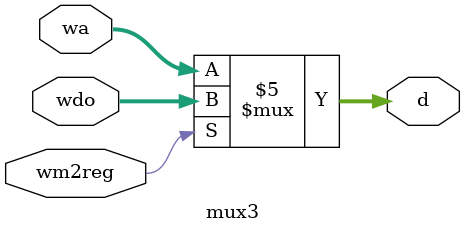
<source format=v>
`timescale 1ns / 1ps
module PC(
    input clk, 
    input [31:0]nextpc,
    output reg [31:0]currentpc   
    );
    
    always@(posedge clk)
    begin
    currentpc<=nextpc;
    end
    
    initial begin
    currentpc=100;
    end   
    
endmodule 

module adder( pc, nextpc

    );
input [31:0]pc;
output reg [31:0]nextpc;
     always @(*) begin 
     nextpc <= pc+4;
     end
endmodule


module IM(
    input [31:0] pc,
    output reg[31:0]do
    );
reg [31:0]instructionmemory[0:511];


    initial
    begin 
    instructionmemory[100] = 32'h8c220000;
    instructionmemory[104] = 32'h8c230004; 
    instructionmemory[108] = 32'h8c240008;
    instructionmemory[112] = 32'h8c25000c;  
    instructionmemory[116]= 32'h004a3020;   
    end 
     
     always @(pc)
     begin
     do <= instructionmemory[pc];
     end
  
endmodule



module IFID( clk, do, opcode, rt, rs, rd, imm, shift,funcode
);
input clk;
input [31:0]do;
output reg [5:0]opcode, funcode;
output reg[4:0]rs, rt, rd, shift;
output reg [15:0]imm;

    always @(posedge clk)
    begin
    if (do[31:26]== 6'b100011) begin
    opcode<=do[31:26];
    rs <= do[25:21];
    rt <= do[20:16];
    imm <= do[15:0];
    end
    
    else begin
    opcode<=do[31:26];
    rs <= do[25:21];
    rt <= do[20:16];
    rd <= do[15:11]; 
    funcode <= do[5:0];
    end
    end
    
endmodule 



module controlUnit( opcode, wreg, m2reg, wmem, aluc, aluimm, regrt);

input [5:0]opcode;
output reg wreg;
output reg m2reg;
output reg wmem;
output reg [3:0]aluc;
output reg aluimm;
output reg regrt;

    always @(opcode) begin
    case (opcode)
    6'b100011:
    begin 
        aluc <=4'b0010;
        wreg<=1'b1; 
        m2reg <= 1'b1; 
        wmem<=1'b1; 
        aluimm<=1'b1; 
        regrt<=1'b1;
    end
    6'b000000:
    begin
        aluc <=4'b0010;
        wreg<=1'b1; 
        m2reg <= 1'b0; 
        wmem<=1'b0; 
        aluimm<=1'b0; 
        regrt<=1'b0; 
    end
    endcase
    end
endmodule
    


module mp( rd, rt, regrt, out);

input [4:0]rd;
input [4:0]rt;
input regrt;
output reg[4:0]out;

always @ (*)
    if (regrt == 1) begin
        out <= rt;
        end
    else begin
        out <= rd;
        end
endmodule




module regMem(
input clk,
input wwreg,
input [4:0]wmux,
input [31:0]d,
input [4:0]rs,
input [4:0]rt,
output reg[31:0]qa,
output reg[31:0]qb
);
reg [31:0]regfile[31:0];

    //always @(negedge clk)
integer i;
    initial begin 
    for (i=0;i<32; i= i+1)
        regfile[i] = 0;
        end
     always @(negedge clk) begin
      if (wwreg)
      regfile[wmux] = d;
      end
      always @(*)begin
       qa <= regfile[rs];
       qb <= regfile[rt];
       end

endmodule


module signExtend( imm, signextendimm
);
input [15:0]imm;
output reg [31:0]signextendimm;

//look at 16th bit, extend by that bit
    always @(*)  begin
    signextendimm <= {{16{imm[15]}}, imm[15:0]};
    end 
 

       
endmodule

module IDEXE( clk, wreg, m2reg, wmem, aluc, aluimm, mux, qa, qb, signextendimm, ewreg, em2reg, ewmem, ealuc, ealuimm, emux, eqa, eqb, esignextendimm
);
input clk;
input wreg;
input m2reg;
input wmem;
input [3:0]aluc;
input aluimm;
input [4:0]mux;
input [31:0]qa;
input [31:0]qb;
input [31:0]signextendimm; 
output reg ewreg;
output reg em2reg;
output reg ewmem;
output reg [3:0]ealuc;
output reg ealuimm;
output reg[4:0]emux;
output reg[31:0]eqa;
output reg[31:0]eqb;
output reg[31:0]esignextendimm; 

    always @(posedge clk)
    begin
    ewreg <= wreg;
    em2reg <= m2reg;
    ewmem <= wmem;
    ealuc <= aluc;
    ealuimm <= aluimm;
    emux <= mux;
    eqa <= qa;
    eqb <= qb;
    esignextendimm <= signextendimm;
    end
    
endmodule 

module mux2(ealuimm, eqb, esignextendimm, b);

input ealuimm;
input [31:0]eqb;
input [31:0]esignextendimm;
output reg [31:0]b;

    always @(*)
    if (ealuimm == 1'b1) begin
    b <= esignextendimm;
    end
    else begin
    b <= eqb;
    end
endmodule

module ALU(ealuc, a, b, r);
input [31:0]a;
input [31:0] b;
input [3:0]ealuc;
output reg [31:0]r;

always @(*) begin
if (ealuc == 4'b0010) begin
    r <= a+b;
    end
  end
endmodule


module exemem(clk, ewreg, em2reg, ewmem, emux, r, eqb, mwreg, mm2reg, mwmem, mmux, a, di);
input ewreg, em2reg, ewmem;
input clk;
input [4:0]emux;
input [31:0]r;
input [31:0]eqb;
output reg mwreg, mm2reg, mwmem;
output reg [4:0]mmux;
output reg[31:0]a;
output reg[31:0]di;

    always @(posedge clk)
    begin
    mwreg <= ewreg;
    mm2reg <=em2reg;
    mwmem <= ewmem;
    mmux <= emux;
    a <= r;
    di <= eqb;
    end
    
endmodule

module datamem(a, di, we, do2);

input [31:0]a;
input [31:0]di;
input we;
output reg [31:0]do2;
reg [31:0]datamemory[511:0];


    initial
    begin 
    datamemory[0] = 32'hA00000AA;
    datamemory[4] = 32'h10000011; 
    datamemory[8] = 32'h20000022;
    datamemory[12] = 32'h30000033;
    datamemory[16] = 32'h40000044;
    datamemory[20] = 32'h50000055;
    datamemory[24] = 32'h60000066;
    datamemory[28] = 32'h70000077;
    datamemory[32] = 32'h80000088;
    datamemory[36] = 32'h90000099;
         
    end 
  
     always @(*)
     if (we==1) begin
     do2 <= datamemory[a];
     end
  
endmodule

module memwb(clk, mwreg, mm2reg, a, mmux, do2, wwreg, wm2reg, wa, wmux, wdo);
input clk;
input mwreg, mm2reg; 
input [31:0]a, do2;
input [4:0]mmux;
output reg wwreg, wm2reg;
output reg [31:0]wa, wdo;
output reg [4:0]wmux;

always @(posedge clk) begin
    wwreg <= mwreg;
    wm2reg <=mm2reg;
    wa <=a;
    wdo <= do2;
    wmux <=mmux;
    end
endmodule

module mux3(wm2reg, wdo, wa, d);
input wm2reg;
input [31:0] wa,wdo;
output reg[31:0] d;

    always @(*)
    if (wm2reg == 1'b1) begin
    d <= wdo;
    end
    else begin
    d <= wa;
    end
endmodule
    



</source>
